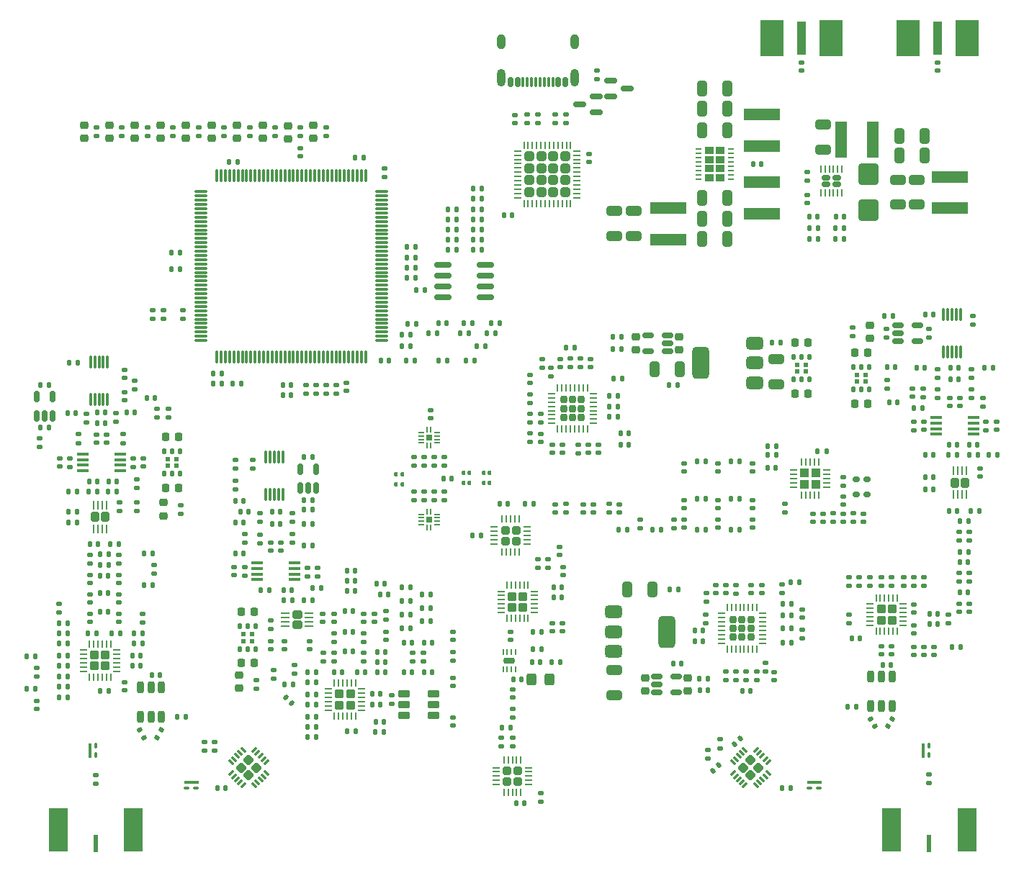
<source format=gbr>
%TF.GenerationSoftware,KiCad,Pcbnew,9.0.0*%
%TF.CreationDate,2025-02-25T23:04:32-05:00*%
%TF.ProjectId,VNA,564e412e-6b69-4636-9164-5f7063625858,rev?*%
%TF.SameCoordinates,PX535a28cPY8422900*%
%TF.FileFunction,Paste,Top*%
%TF.FilePolarity,Positive*%
%FSLAX46Y46*%
G04 Gerber Fmt 4.6, Leading zero omitted, Abs format (unit mm)*
G04 Created by KiCad (PCBNEW 9.0.0) date 2025-02-25 23:04:32*
%MOMM*%
%LPD*%
G01*
G04 APERTURE LIST*
G04 Aperture macros list*
%AMRoundRect*
0 Rectangle with rounded corners*
0 $1 Rounding radius*
0 $2 $3 $4 $5 $6 $7 $8 $9 X,Y pos of 4 corners*
0 Add a 4 corners polygon primitive as box body*
4,1,4,$2,$3,$4,$5,$6,$7,$8,$9,$2,$3,0*
0 Add four circle primitives for the rounded corners*
1,1,$1+$1,$2,$3*
1,1,$1+$1,$4,$5*
1,1,$1+$1,$6,$7*
1,1,$1+$1,$8,$9*
0 Add four rect primitives between the rounded corners*
20,1,$1+$1,$2,$3,$4,$5,0*
20,1,$1+$1,$4,$5,$6,$7,0*
20,1,$1+$1,$6,$7,$8,$9,0*
20,1,$1+$1,$8,$9,$2,$3,0*%
G04 Aperture macros list end*
%ADD10RoundRect,0.140000X-0.140000X-0.170000X0.140000X-0.170000X0.140000X0.170000X-0.140000X0.170000X0*%
%ADD11RoundRect,0.140000X0.170000X-0.140000X0.170000X0.140000X-0.170000X0.140000X-0.170000X-0.140000X0*%
%ADD12RoundRect,0.140000X-0.170000X0.140000X-0.170000X-0.140000X0.170000X-0.140000X0.170000X0.140000X0*%
%ADD13RoundRect,0.112500X-0.112500X0.202500X-0.112500X-0.202500X0.112500X-0.202500X0.112500X0.202500X0*%
%ADD14R,0.630000X0.480000*%
%ADD15RoundRect,0.135000X0.135000X0.185000X-0.135000X0.185000X-0.135000X-0.185000X0.135000X-0.185000X0*%
%ADD16RoundRect,0.135000X-0.135000X-0.185000X0.135000X-0.185000X0.135000X0.185000X-0.135000X0.185000X0*%
%ADD17RoundRect,0.135000X0.185000X-0.135000X0.185000X0.135000X-0.185000X0.135000X-0.185000X-0.135000X0*%
%ADD18RoundRect,0.147500X-0.172500X0.147500X-0.172500X-0.147500X0.172500X-0.147500X0.172500X0.147500X0*%
%ADD19RoundRect,0.140000X0.140000X0.170000X-0.140000X0.170000X-0.140000X-0.170000X0.140000X-0.170000X0*%
%ADD20RoundRect,0.150000X-0.512500X-0.150000X0.512500X-0.150000X0.512500X0.150000X-0.512500X0.150000X0*%
%ADD21RoundRect,0.250000X0.325000X0.650000X-0.325000X0.650000X-0.325000X-0.650000X0.325000X-0.650000X0*%
%ADD22RoundRect,0.135000X-0.185000X0.135000X-0.185000X-0.135000X0.185000X-0.135000X0.185000X0.135000X0*%
%ADD23RoundRect,0.225000X-0.225000X-0.250000X0.225000X-0.250000X0.225000X0.250000X-0.225000X0.250000X0*%
%ADD24R,1.400000X4.200000*%
%ADD25RoundRect,0.250000X0.255000X0.255000X-0.255000X0.255000X-0.255000X-0.255000X0.255000X-0.255000X0*%
%ADD26RoundRect,0.062500X0.350000X0.062500X-0.350000X0.062500X-0.350000X-0.062500X0.350000X-0.062500X0*%
%ADD27RoundRect,0.062500X0.062500X0.350000X-0.062500X0.350000X-0.062500X-0.350000X0.062500X-0.350000X0*%
%ADD28RoundRect,0.225000X0.225000X0.250000X-0.225000X0.250000X-0.225000X-0.250000X0.225000X-0.250000X0*%
%ADD29RoundRect,0.147500X0.172500X-0.147500X0.172500X0.147500X-0.172500X0.147500X-0.172500X-0.147500X0*%
%ADD30RoundRect,0.250000X0.325000X0.450000X-0.325000X0.450000X-0.325000X-0.450000X0.325000X-0.450000X0*%
%ADD31RoundRect,0.200000X-0.500000X-0.200000X0.500000X-0.200000X0.500000X0.200000X-0.500000X0.200000X0*%
%ADD32RoundRect,0.105975X0.105975X-0.179475X0.105975X0.179475X-0.105975X0.179475X-0.105975X-0.179475X0*%
%ADD33RoundRect,0.218750X0.256250X-0.218750X0.256250X0.218750X-0.256250X0.218750X-0.256250X-0.218750X0*%
%ADD34RoundRect,0.150000X0.150000X0.425000X-0.150000X0.425000X-0.150000X-0.425000X0.150000X-0.425000X0*%
%ADD35RoundRect,0.075000X0.075000X0.500000X-0.075000X0.500000X-0.075000X-0.500000X0.075000X-0.500000X0*%
%ADD36O,1.000000X2.100000*%
%ADD37O,1.000000X1.800000*%
%ADD38RoundRect,0.075000X0.075000X-0.662500X0.075000X0.662500X-0.075000X0.662500X-0.075000X-0.662500X0*%
%ADD39RoundRect,0.075000X0.662500X-0.075000X0.662500X0.075000X-0.662500X0.075000X-0.662500X-0.075000X0*%
%ADD40RoundRect,0.225000X-0.250000X0.225000X-0.250000X-0.225000X0.250000X-0.225000X0.250000X0.225000X0*%
%ADD41RoundRect,0.250000X0.650000X-0.325000X0.650000X0.325000X-0.650000X0.325000X-0.650000X-0.325000X0*%
%ADD42RoundRect,0.242500X0.342500X0.242500X-0.342500X0.242500X-0.342500X-0.242500X0.342500X-0.242500X0*%
%ADD43RoundRect,0.062500X0.412500X0.062500X-0.412500X0.062500X-0.412500X-0.062500X0.412500X-0.062500X0*%
%ADD44R,1.450000X0.450000*%
%ADD45RoundRect,0.147500X0.147500X0.172500X-0.147500X0.172500X-0.147500X-0.172500X0.147500X-0.172500X0*%
%ADD46R,4.200000X1.400000*%
%ADD47RoundRect,0.147500X-0.147500X-0.172500X0.147500X-0.172500X0.147500X0.172500X-0.147500X0.172500X0*%
%ADD48RoundRect,0.140000X0.219203X0.021213X0.021213X0.219203X-0.219203X-0.021213X-0.021213X-0.219203X0*%
%ADD49RoundRect,0.207500X0.207500X-0.207500X0.207500X0.207500X-0.207500X0.207500X-0.207500X-0.207500X0*%
%ADD50RoundRect,0.062500X0.062500X-0.375000X0.062500X0.375000X-0.062500X0.375000X-0.062500X-0.375000X0*%
%ADD51RoundRect,0.062500X0.375000X-0.062500X0.375000X0.062500X-0.375000X0.062500X-0.375000X-0.062500X0*%
%ADD52RoundRect,0.150000X0.587500X0.150000X-0.587500X0.150000X-0.587500X-0.150000X0.587500X-0.150000X0*%
%ADD53RoundRect,0.225000X0.250000X-0.225000X0.250000X0.225000X-0.250000X0.225000X-0.250000X-0.225000X0*%
%ADD54RoundRect,0.250000X-0.275000X0.275000X-0.275000X-0.275000X0.275000X-0.275000X0.275000X0.275000X0*%
%ADD55RoundRect,0.062500X-0.062500X0.350000X-0.062500X-0.350000X0.062500X-0.350000X0.062500X0.350000X0*%
%ADD56RoundRect,0.062500X-0.350000X0.062500X-0.350000X-0.062500X0.350000X-0.062500X0.350000X0.062500X0*%
%ADD57RoundRect,0.242500X0.242500X-0.342500X0.242500X0.342500X-0.242500X0.342500X-0.242500X-0.342500X0*%
%ADD58RoundRect,0.062500X0.062500X-0.412500X0.062500X0.412500X-0.062500X0.412500X-0.062500X-0.412500X0*%
%ADD59RoundRect,0.135000X-0.092715X0.209413X-0.227715X-0.024413X0.092715X-0.209413X0.227715X0.024413X0*%
%ADD60RoundRect,0.250000X0.315000X-0.315000X0.315000X0.315000X-0.315000X0.315000X-0.315000X-0.315000X0*%
%ADD61R,0.600000X2.100000*%
%ADD62R,2.286000X5.080000*%
%ADD63RoundRect,0.207500X-0.207500X0.207500X-0.207500X-0.207500X0.207500X-0.207500X0.207500X0.207500X0*%
%ADD64RoundRect,0.062500X-0.062500X0.375000X-0.062500X-0.375000X0.062500X-0.375000X0.062500X0.375000X0*%
%ADD65RoundRect,0.062500X-0.375000X0.062500X-0.375000X-0.062500X0.375000X-0.062500X0.375000X0.062500X0*%
%ADD66RoundRect,0.075000X0.075000X-0.650000X0.075000X0.650000X-0.075000X0.650000X-0.075000X-0.650000X0*%
%ADD67RoundRect,0.140000X-0.021213X0.219203X-0.219203X0.021213X0.021213X-0.219203X0.219203X-0.021213X0*%
%ADD68RoundRect,0.157500X0.255000X0.157500X-0.255000X0.157500X-0.255000X-0.157500X0.255000X-0.157500X0*%
%ADD69RoundRect,0.250000X-0.255000X-0.255000X0.255000X-0.255000X0.255000X0.255000X-0.255000X0.255000X0*%
%ADD70RoundRect,0.062500X-0.350000X-0.062500X0.350000X-0.062500X0.350000X0.062500X-0.350000X0.062500X0*%
%ADD71RoundRect,0.062500X-0.062500X-0.350000X0.062500X-0.350000X0.062500X0.350000X-0.062500X0.350000X0*%
%ADD72RoundRect,0.150000X0.150000X-0.512500X0.150000X0.512500X-0.150000X0.512500X-0.150000X-0.512500X0*%
%ADD73RoundRect,0.250000X-0.275000X-0.275000X0.275000X-0.275000X0.275000X0.275000X-0.275000X0.275000X0*%
%ADD74RoundRect,0.075000X0.225000X0.075000X-0.225000X0.075000X-0.225000X-0.075000X0.225000X-0.075000X0*%
%ADD75RoundRect,0.087500X0.762500X0.087500X-0.762500X0.087500X-0.762500X-0.087500X0.762500X-0.087500X0*%
%ADD76RoundRect,0.250000X-0.650000X0.325000X-0.650000X-0.325000X0.650000X-0.325000X0.650000X0.325000X0*%
%ADD77RoundRect,0.150000X0.512500X0.150000X-0.512500X0.150000X-0.512500X-0.150000X0.512500X-0.150000X0*%
%ADD78RoundRect,0.112500X0.112500X-0.202500X0.112500X0.202500X-0.112500X0.202500X-0.112500X-0.202500X0*%
%ADD79RoundRect,0.075000X-0.075000X0.225000X-0.075000X-0.225000X0.075000X-0.225000X0.075000X0.225000X0*%
%ADD80RoundRect,0.087500X-0.087500X0.762500X-0.087500X-0.762500X0.087500X-0.762500X0.087500X0.762500X0*%
%ADD81RoundRect,0.135000X-0.227715X0.024413X-0.092715X-0.209413X0.227715X-0.024413X0.092715X0.209413X0*%
%ADD82R,1.000000X4.000000*%
%ADD83R,2.667000X4.191000*%
%ADD84RoundRect,0.250000X0.900000X-1.000000X0.900000X1.000000X-0.900000X1.000000X-0.900000X-1.000000X0*%
%ADD85RoundRect,0.100000X0.000010X-0.244000X0.000010X0.244000X-0.000010X0.244000X-0.000010X-0.244000X0*%
%ADD86RoundRect,0.100000X0.244000X0.000010X-0.244000X0.000010X-0.244000X-0.000010X0.244000X-0.000010X0*%
%ADD87R,0.760000X0.760000*%
%ADD88RoundRect,0.375000X0.625000X0.375000X-0.625000X0.375000X-0.625000X-0.375000X0.625000X-0.375000X0*%
%ADD89RoundRect,0.500000X0.500000X1.400000X-0.500000X1.400000X-0.500000X-1.400000X0.500000X-1.400000X0*%
%ADD90RoundRect,0.150000X0.825000X0.150000X-0.825000X0.150000X-0.825000X-0.150000X0.825000X-0.150000X0*%
%ADD91RoundRect,0.182500X-0.462500X0.182500X-0.462500X-0.182500X0.462500X-0.182500X0.462500X0.182500X0*%
%ADD92RoundRect,0.062500X-0.062500X0.300000X-0.062500X-0.300000X0.062500X-0.300000X0.062500X0.300000X0*%
%ADD93RoundRect,0.100000X-0.000010X0.244000X-0.000010X-0.244000X0.000010X-0.244000X0.000010X0.244000X0*%
%ADD94RoundRect,0.100000X-0.244000X-0.000010X0.244000X-0.000010X0.244000X0.000010X-0.244000X0.000010X0*%
%ADD95RoundRect,0.200000X-0.200000X0.500000X-0.200000X-0.500000X0.200000X-0.500000X0.200000X0.500000X0*%
%ADD96RoundRect,0.150000X-0.587500X-0.150000X0.587500X-0.150000X0.587500X0.150000X-0.587500X0.150000X0*%
%ADD97RoundRect,0.250000X0.000000X-0.360624X0.360624X0.000000X0.000000X0.360624X-0.360624X0.000000X0*%
%ADD98RoundRect,0.062500X-0.203293X-0.291682X0.291682X0.203293X0.203293X0.291682X-0.291682X-0.203293X0*%
%ADD99RoundRect,0.062500X0.203293X-0.291682X0.291682X-0.203293X-0.203293X0.291682X-0.291682X0.203293X0*%
%ADD100R,1.000000X0.860000*%
%ADD101R,0.700000X0.250000*%
%ADD102RoundRect,0.250000X0.295000X0.295000X-0.295000X0.295000X-0.295000X-0.295000X0.295000X-0.295000X0*%
%ADD103RoundRect,0.062500X0.337500X0.062500X-0.337500X0.062500X-0.337500X-0.062500X0.337500X-0.062500X0*%
%ADD104RoundRect,0.062500X0.062500X0.337500X-0.062500X0.337500X-0.062500X-0.337500X0.062500X-0.337500X0*%
%ADD105RoundRect,0.140000X0.021213X-0.219203X0.219203X-0.021213X-0.021213X0.219203X-0.219203X0.021213X0*%
%ADD106RoundRect,0.375000X-0.625000X-0.375000X0.625000X-0.375000X0.625000X0.375000X-0.625000X0.375000X0*%
%ADD107RoundRect,0.500000X-0.500000X-1.400000X0.500000X-1.400000X0.500000X1.400000X-0.500000X1.400000X0*%
%ADD108RoundRect,0.160000X0.345000X-0.160000X0.345000X0.160000X-0.345000X0.160000X-0.345000X-0.160000X0*%
%ADD109RoundRect,0.062500X0.062500X-0.362500X0.062500X0.362500X-0.062500X0.362500X-0.062500X-0.362500X0*%
G04 APERTURE END LIST*
D10*
X16520000Y23800000D03*
X17480000Y23800000D03*
D11*
X64000000Y31520000D03*
X64000000Y32480000D03*
D12*
X85200000Y43780000D03*
X85200000Y42820000D03*
D13*
X95950000Y56340000D03*
X95000000Y56340000D03*
X94050000Y56340000D03*
X94050000Y53660000D03*
X95000000Y53660000D03*
X95950000Y53660000D03*
D14*
X95525000Y55400000D03*
X94475000Y55400000D03*
X95525000Y54600000D03*
X94475000Y54600000D03*
D15*
X87710000Y44000000D03*
X86690000Y44000000D03*
D16*
X41590000Y12300000D03*
X42610000Y12300000D03*
D17*
X51800000Y39490000D03*
X51800000Y40510000D03*
D18*
X44790000Y26115000D03*
X44790000Y25145000D03*
D19*
X50680000Y64200000D03*
X49720000Y64200000D03*
D20*
X106362500Y60050000D03*
X106362500Y59100000D03*
X106362500Y58150000D03*
X108637500Y58150000D03*
X108637500Y60050000D03*
D11*
X95700000Y74420000D03*
X95700000Y75380000D03*
D21*
X86275000Y72600000D03*
X83325000Y72600000D03*
D19*
X42230000Y21650000D03*
X41270000Y21650000D03*
D22*
X22300000Y61810000D03*
X22300000Y60790000D03*
D19*
X8680000Y23800000D03*
X7720000Y23800000D03*
D23*
X29125000Y26300000D03*
X30675000Y26300000D03*
D10*
X63420000Y21900000D03*
X64380000Y21900000D03*
D19*
X49180000Y22700000D03*
X48220000Y22700000D03*
D10*
X109520000Y42200000D03*
X110480000Y42200000D03*
X16520000Y22600000D03*
X17480000Y22600000D03*
D12*
X40300000Y52980000D03*
X40300000Y52020000D03*
D16*
X47990000Y26000000D03*
X49010000Y26000000D03*
D24*
X99650000Y81900000D03*
X103350000Y81900000D03*
D25*
X61625000Y6375000D03*
X61625000Y7625000D03*
X60375000Y6375000D03*
X60375000Y7625000D03*
D26*
X62937500Y6000000D03*
X62937500Y6500000D03*
X62937500Y7000000D03*
X62937500Y7500000D03*
X62937500Y8000000D03*
D27*
X62000000Y8937500D03*
X61500000Y8937500D03*
X61000000Y8937500D03*
X60500000Y8937500D03*
X60000000Y8937500D03*
D26*
X59062500Y8000000D03*
X59062500Y7500000D03*
X59062500Y7000000D03*
X59062500Y6500000D03*
X59062500Y6000000D03*
D27*
X60000000Y5062500D03*
X60500000Y5062500D03*
X61000000Y5062500D03*
X61500000Y5062500D03*
X62000000Y5062500D03*
D10*
X5520000Y53000000D03*
X6480000Y53000000D03*
D17*
X54000000Y20590000D03*
X54000000Y21610000D03*
D28*
X102775000Y56800000D03*
X101225000Y56800000D03*
D10*
X48620000Y66800000D03*
X49580000Y66800000D03*
D15*
X4910000Y17300000D03*
X3890000Y17300000D03*
D19*
X83980000Y17100000D03*
X83020000Y17100000D03*
D15*
X8710000Y17500000D03*
X7690000Y17500000D03*
D11*
X66600000Y55120000D03*
X66600000Y56080000D03*
D19*
X49180000Y19200000D03*
X48220000Y19200000D03*
D21*
X109475000Y80000000D03*
X106525000Y80000000D03*
D22*
X84000000Y10110000D03*
X84000000Y9090000D03*
D15*
X35210000Y17800000D03*
X34190000Y17800000D03*
D12*
X15400000Y52180000D03*
X15400000Y51220000D03*
D11*
X5100000Y14920000D03*
X5100000Y15880000D03*
D29*
X40000000Y25115000D03*
X40000000Y26085000D03*
D22*
X64000000Y84810000D03*
X64000000Y83790000D03*
D15*
X87710000Y39600000D03*
X86690000Y39600000D03*
D11*
X46100000Y25420000D03*
X46100000Y26380000D03*
D12*
X73600000Y38980000D03*
X73600000Y38020000D03*
D11*
X61300000Y83820000D03*
X61300000Y84780000D03*
D12*
X64468900Y56023600D03*
X64468900Y55063600D03*
D22*
X22000000Y38910000D03*
X22000000Y37890000D03*
D21*
X86275000Y87900000D03*
X83325000Y87900000D03*
D15*
X101410000Y15200000D03*
X100390000Y15200000D03*
D11*
X96300000Y36920000D03*
X96300000Y37880000D03*
D10*
X105020000Y55100000D03*
X105980000Y55100000D03*
D30*
X65325000Y18400000D03*
X63275000Y18400000D03*
D22*
X15100000Y83310000D03*
X15100000Y82290000D03*
D12*
X54000000Y18580000D03*
X54000000Y17620000D03*
D11*
X104400000Y21320000D03*
X104400000Y22280000D03*
D10*
X8720000Y49700000D03*
X9680000Y49700000D03*
D16*
X92790000Y22700000D03*
X93810000Y22700000D03*
D15*
X115710000Y44800000D03*
X114690000Y44800000D03*
D19*
X64280000Y20400000D03*
X63320000Y20400000D03*
D17*
X16600000Y52490000D03*
X16600000Y53510000D03*
X72400000Y37990000D03*
X72400000Y39010000D03*
D10*
X112520000Y53700000D03*
X113480000Y53700000D03*
D16*
X44890000Y12200000D03*
X45910000Y12200000D03*
D19*
X42480000Y30000000D03*
X41520000Y30000000D03*
D12*
X65700000Y45980000D03*
X65700000Y45020000D03*
D31*
X48285000Y14150000D03*
X48285000Y15400000D03*
X48285000Y16650000D03*
X51715000Y16650000D03*
X51715000Y15400000D03*
X51715000Y14150000D03*
D11*
X11300000Y25120000D03*
X11300000Y26080000D03*
X110000000Y6220000D03*
X110000000Y7180000D03*
D10*
X15620000Y49800000D03*
X16580000Y49800000D03*
D11*
X54000000Y12920000D03*
X54000000Y13880000D03*
D16*
X50390000Y25200000D03*
X51410000Y25200000D03*
D12*
X60800000Y23980000D03*
X60800000Y23020000D03*
D15*
X114610000Y37000000D03*
X113590000Y37000000D03*
D12*
X92725000Y29530000D03*
X92725000Y28570000D03*
D19*
X73380000Y50500000D03*
X72420000Y50500000D03*
D12*
X110600000Y22180000D03*
X110600000Y21220000D03*
D22*
X31300000Y37910000D03*
X31300000Y36890000D03*
D32*
X47350000Y41300400D03*
X48050000Y41300400D03*
X48050000Y42499600D03*
X47350000Y42499600D03*
D33*
X10620000Y82032500D03*
X10620000Y83607500D03*
D17*
X9000000Y43390000D03*
X9000000Y44410000D03*
D15*
X53310000Y55900000D03*
X52290000Y55900000D03*
D17*
X50600000Y39490000D03*
X50600000Y40510000D03*
D19*
X28678900Y79283600D03*
X27718900Y79283600D03*
D34*
X67198900Y88623600D03*
X66398900Y88623600D03*
D35*
X65248900Y88623600D03*
X64248900Y88623600D03*
X63748900Y88623600D03*
X62748900Y88623600D03*
D34*
X61598900Y88623600D03*
X60798900Y88623600D03*
X60798900Y88623600D03*
X61598900Y88623600D03*
D35*
X62248900Y88623600D03*
X63248900Y88623600D03*
X64748900Y88623600D03*
X65748900Y88623600D03*
D34*
X66398900Y88623600D03*
X67198900Y88623600D03*
D36*
X68318900Y89198600D03*
D37*
X68318900Y93378600D03*
D36*
X59678900Y89198600D03*
D37*
X59678900Y93378600D03*
D38*
X26250000Y56337500D03*
X26750000Y56337500D03*
X27250000Y56337500D03*
X27750000Y56337500D03*
X28250000Y56337500D03*
X28750000Y56337500D03*
X29250000Y56337500D03*
X29750000Y56337500D03*
X30250000Y56337500D03*
X30750000Y56337500D03*
X31250000Y56337500D03*
X31750000Y56337500D03*
X32250000Y56337500D03*
X32750000Y56337500D03*
X33250000Y56337500D03*
X33750000Y56337500D03*
X34250000Y56337500D03*
X34750000Y56337500D03*
X35250000Y56337500D03*
X35750000Y56337500D03*
X36250000Y56337500D03*
X36750000Y56337500D03*
X37250000Y56337500D03*
X37750000Y56337500D03*
X38250000Y56337500D03*
X38750000Y56337500D03*
X39250000Y56337500D03*
X39750000Y56337500D03*
X40250000Y56337500D03*
X40750000Y56337500D03*
X41250000Y56337500D03*
X41750000Y56337500D03*
X42250000Y56337500D03*
X42750000Y56337500D03*
X43250000Y56337500D03*
X43750000Y56337500D03*
D39*
X45662500Y58250000D03*
X45662500Y58750000D03*
X45662500Y59250000D03*
X45662500Y59750000D03*
X45662500Y60250000D03*
X45662500Y60750000D03*
X45662500Y61250000D03*
X45662500Y61750000D03*
X45662500Y62250000D03*
X45662500Y62750000D03*
X45662500Y63250000D03*
X45662500Y63750000D03*
X45662500Y64250000D03*
X45662500Y64750000D03*
X45662500Y65250000D03*
X45662500Y65750000D03*
X45662500Y66250000D03*
X45662500Y66750000D03*
X45662500Y67250000D03*
X45662500Y67750000D03*
X45662500Y68250000D03*
X45662500Y68750000D03*
X45662500Y69250000D03*
X45662500Y69750000D03*
X45662500Y70250000D03*
X45662500Y70750000D03*
X45662500Y71250000D03*
X45662500Y71750000D03*
X45662500Y72250000D03*
X45662500Y72750000D03*
X45662500Y73250000D03*
X45662500Y73750000D03*
X45662500Y74250000D03*
X45662500Y74750000D03*
X45662500Y75250000D03*
X45662500Y75750000D03*
D38*
X43750000Y77662500D03*
X43250000Y77662500D03*
X42750000Y77662500D03*
X42250000Y77662500D03*
X41750000Y77662500D03*
X41250000Y77662500D03*
X40750000Y77662500D03*
X40250000Y77662500D03*
X39750000Y77662500D03*
X39250000Y77662500D03*
X38750000Y77662500D03*
X38250000Y77662500D03*
X37750000Y77662500D03*
X37250000Y77662500D03*
X36750000Y77662500D03*
X36250000Y77662500D03*
X35750000Y77662500D03*
X35250000Y77662500D03*
X34750000Y77662500D03*
X34250000Y77662500D03*
X33750000Y77662500D03*
X33250000Y77662500D03*
X32750000Y77662500D03*
X32250000Y77662500D03*
X31750000Y77662500D03*
X31250000Y77662500D03*
X30750000Y77662500D03*
X30250000Y77662500D03*
X29750000Y77662500D03*
X29250000Y77662500D03*
X28750000Y77662500D03*
X28250000Y77662500D03*
X27750000Y77662500D03*
X27250000Y77662500D03*
X26750000Y77662500D03*
X26250000Y77662500D03*
D39*
X24337500Y75750000D03*
X24337500Y75250000D03*
X24337500Y74750000D03*
X24337500Y74250000D03*
X24337500Y73750000D03*
X24337500Y73250000D03*
X24337500Y72750000D03*
X24337500Y72250000D03*
X24337500Y71750000D03*
X24337500Y71250000D03*
X24337500Y70750000D03*
X24337500Y70250000D03*
X24337500Y69750000D03*
X24337500Y69250000D03*
X24337500Y68750000D03*
X24337500Y68250000D03*
X24337500Y67750000D03*
X24337500Y67250000D03*
X24337500Y66750000D03*
X24337500Y66250000D03*
X24337500Y65750000D03*
X24337500Y65250000D03*
X24337500Y64750000D03*
X24337500Y64250000D03*
X24337500Y63750000D03*
X24337500Y63250000D03*
X24337500Y62750000D03*
X24337500Y62250000D03*
X24337500Y61750000D03*
X24337500Y61250000D03*
X24337500Y60750000D03*
X24337500Y60250000D03*
X24337500Y59750000D03*
X24337500Y59250000D03*
X24337500Y58750000D03*
X24337500Y58250000D03*
D10*
X95920000Y72800000D03*
X96880000Y72800000D03*
D19*
X60480000Y39000000D03*
X59520000Y39000000D03*
D29*
X40000000Y22815000D03*
X40000000Y23785000D03*
D19*
X45980000Y29600000D03*
X45020000Y29600000D03*
D40*
X20000000Y39175000D03*
X20000000Y37625000D03*
D19*
X42480000Y31200000D03*
X41520000Y31200000D03*
X12180000Y41700000D03*
X11220000Y41700000D03*
D11*
X104400000Y29420000D03*
X104400000Y30380000D03*
D19*
X109180000Y50300000D03*
X108220000Y50300000D03*
D10*
X52920000Y42000000D03*
X53880000Y42000000D03*
D19*
X99980000Y72800000D03*
X99020000Y72800000D03*
D22*
X61000000Y11510000D03*
X61000000Y10490000D03*
D17*
X116300000Y50490000D03*
X116300000Y51510000D03*
D15*
X91998900Y44813600D03*
X90978900Y44813600D03*
D10*
X44920000Y13400000D03*
X45880000Y13400000D03*
D41*
X108500000Y74225000D03*
X108500000Y77175000D03*
D42*
X35700000Y24800000D03*
X35700000Y26000000D03*
D43*
X37100000Y24650000D03*
X37100000Y25150000D03*
X37100000Y25650000D03*
X37100000Y26150000D03*
X34300000Y26150000D03*
X34300000Y25650000D03*
X34300000Y25150000D03*
X34300000Y24650000D03*
D44*
X35400000Y30125000D03*
X35400000Y30775000D03*
X35400000Y31425000D03*
X35400000Y32075000D03*
X31000000Y32075000D03*
X31000000Y31425000D03*
X31000000Y30775000D03*
X31000000Y30125000D03*
D45*
X43685000Y19200000D03*
X42715000Y19200000D03*
D10*
X45120000Y19200000D03*
X46080000Y19200000D03*
D17*
X83800000Y27490000D03*
X83800000Y28510000D03*
X109400000Y29390000D03*
X109400000Y30410000D03*
D46*
X90300000Y81150000D03*
X90300000Y84850000D03*
D47*
X11115000Y23800000D03*
X12085000Y23800000D03*
D29*
X43500000Y25115000D03*
X43500000Y26085000D03*
D10*
X32720000Y38100000D03*
X33680000Y38100000D03*
D21*
X86275000Y83000000D03*
X83325000Y83000000D03*
D10*
X8820000Y36800000D03*
X9780000Y36800000D03*
D40*
X81600000Y18575000D03*
X81600000Y17025000D03*
D16*
X25790000Y53200000D03*
X26810000Y53200000D03*
D28*
X102775000Y50800000D03*
X101225000Y50800000D03*
D17*
X62700000Y83790000D03*
X62700000Y84810000D03*
D11*
X70200000Y55120000D03*
X70200000Y56080000D03*
D48*
X35039411Y15560589D03*
X34360589Y16239411D03*
D22*
X93000000Y39010000D03*
X93000000Y37990000D03*
D17*
X68700000Y44990000D03*
X68700000Y46010000D03*
D33*
X25620000Y82032500D03*
X25620000Y83607500D03*
D19*
X83380000Y22900000D03*
X82420000Y22900000D03*
D10*
X92720000Y5600000D03*
X93680000Y5600000D03*
D22*
X114700000Y35710000D03*
X114700000Y34690000D03*
D17*
X101800000Y29390000D03*
X101800000Y30410000D03*
D10*
X45120000Y20400000D03*
X46080000Y20400000D03*
D12*
X13300000Y47180000D03*
X13300000Y46220000D03*
D17*
X53000000Y43490000D03*
X53000000Y44510000D03*
D10*
X36920000Y11600000D03*
X37880000Y11600000D03*
D22*
X87300000Y29510000D03*
X87300000Y28490000D03*
D11*
X95100000Y25620000D03*
X95100000Y26580000D03*
D49*
X86970000Y23370000D03*
X88000000Y23370000D03*
X89030000Y23370000D03*
X86970000Y24400000D03*
X88000000Y24400000D03*
X89030000Y24400000D03*
X86970000Y25430000D03*
X88000000Y25430000D03*
X89030000Y25430000D03*
D50*
X86250000Y21962500D03*
X86750000Y21962500D03*
X87250000Y21962500D03*
X87750000Y21962500D03*
X88250000Y21962500D03*
X88750000Y21962500D03*
X89250000Y21962500D03*
X89750000Y21962500D03*
D51*
X90437500Y22650000D03*
X90437500Y23150000D03*
X90437500Y23650000D03*
X90437500Y24150000D03*
X90437500Y24650000D03*
X90437500Y25150000D03*
X90437500Y25650000D03*
X90437500Y26150000D03*
D50*
X89750000Y26837500D03*
X89250000Y26837500D03*
X88750000Y26837500D03*
X88250000Y26837500D03*
X87750000Y26837500D03*
X87250000Y26837500D03*
X86750000Y26837500D03*
X86250000Y26837500D03*
D51*
X85562500Y26150000D03*
X85562500Y25650000D03*
X85562500Y25150000D03*
X85562500Y24650000D03*
X85562500Y24150000D03*
X85562500Y23650000D03*
X85562500Y23150000D03*
X85562500Y22650000D03*
D52*
X70816400Y85063600D03*
X70816400Y86963600D03*
X68941400Y86013600D03*
D53*
X103000000Y58525000D03*
X103000000Y60075000D03*
D19*
X32380000Y28900000D03*
X31420000Y28900000D03*
D16*
X116990000Y44800000D03*
X118010000Y44800000D03*
X98990000Y71500000D03*
X100010000Y71500000D03*
D12*
X71100000Y45980000D03*
X71100000Y45020000D03*
D17*
X28400000Y40690000D03*
X28400000Y41710000D03*
D54*
X62250000Y28150000D03*
X60950000Y28150000D03*
X62250000Y26850000D03*
X60950000Y26850000D03*
D55*
X62850000Y29437500D03*
X62350000Y29437500D03*
X61850000Y29437500D03*
X61350000Y29437500D03*
X60850000Y29437500D03*
X60350000Y29437500D03*
D56*
X59662500Y28750000D03*
X59662500Y28250000D03*
X59662500Y27750000D03*
X59662500Y27250000D03*
X59662500Y26750000D03*
X59662500Y26250000D03*
D55*
X60350000Y25562500D03*
X60850000Y25562500D03*
X61350000Y25562500D03*
X61850000Y25562500D03*
X62350000Y25562500D03*
X62850000Y25562500D03*
D56*
X63537500Y26250000D03*
X63537500Y26750000D03*
X63537500Y27250000D03*
X63537500Y27750000D03*
X63537500Y28250000D03*
X63537500Y28750000D03*
D29*
X114700000Y29915000D03*
X114700000Y30885000D03*
D11*
X89200000Y36220000D03*
X89200000Y37180000D03*
D22*
X50600000Y44510000D03*
X50600000Y43490000D03*
D12*
X69300000Y38980000D03*
X69300000Y38020000D03*
D57*
X113000000Y41500000D03*
X114200000Y41500000D03*
D58*
X112850000Y40100000D03*
X113350000Y40100000D03*
X113850000Y40100000D03*
X114350000Y40100000D03*
X114350000Y42900000D03*
X113850000Y42900000D03*
X113350000Y42900000D03*
X112850000Y42900000D03*
D29*
X11300000Y27415000D03*
X11300000Y28385000D03*
D16*
X72890000Y53800000D03*
X73910000Y53800000D03*
D19*
X13480000Y26300000D03*
X12520000Y26300000D03*
D32*
X55250000Y41500400D03*
X55950000Y41500400D03*
X55950000Y42699600D03*
X55250000Y42699600D03*
D10*
X110020000Y26100000D03*
X110980000Y26100000D03*
X28120000Y53200000D03*
X29080000Y53200000D03*
D11*
X14800000Y38220000D03*
X14800000Y39180000D03*
D12*
X97500000Y37880000D03*
X97500000Y36920000D03*
D17*
X20000000Y60790000D03*
X20000000Y61810000D03*
D10*
X109520000Y61300000D03*
X110480000Y61300000D03*
D53*
X75500000Y57125000D03*
X75500000Y58675000D03*
D15*
X49510000Y55900000D03*
X48490000Y55900000D03*
D11*
X108200000Y29420000D03*
X108200000Y30380000D03*
D10*
X50620000Y22700000D03*
X51580000Y22700000D03*
D59*
X19755000Y12441673D03*
X19245000Y11558327D03*
D45*
X62085000Y18400000D03*
X61115000Y18400000D03*
D60*
X63000000Y75700000D03*
X64400000Y75700000D03*
X65800000Y75700000D03*
X67200000Y75700000D03*
X63000000Y77100000D03*
X64400000Y77100000D03*
X65800000Y77100000D03*
X67200000Y77100000D03*
X63000000Y78500000D03*
X64400000Y78500000D03*
X65800000Y78500000D03*
X67200000Y78500000D03*
X63000000Y79900000D03*
X64400000Y79900000D03*
X65800000Y79900000D03*
X67200000Y79900000D03*
D50*
X62350000Y74362500D03*
X62850000Y74362500D03*
X63350000Y74362500D03*
X63850000Y74362500D03*
X64350000Y74362500D03*
X64850000Y74362500D03*
X65350000Y74362500D03*
X65850000Y74362500D03*
X66350000Y74362500D03*
X66850000Y74362500D03*
X67350000Y74362500D03*
X67850000Y74362500D03*
D51*
X68537500Y75050000D03*
X68537500Y75550000D03*
X68537500Y76050000D03*
X68537500Y76550000D03*
X68537500Y77050000D03*
X68537500Y77550000D03*
X68537500Y78050000D03*
X68537500Y78550000D03*
X68537500Y79050000D03*
X68537500Y79550000D03*
X68537500Y80050000D03*
X68537500Y80550000D03*
D50*
X67850000Y81237500D03*
X67350000Y81237500D03*
X66850000Y81237500D03*
X66350000Y81237500D03*
X65850000Y81237500D03*
X65350000Y81237500D03*
X64850000Y81237500D03*
X64350000Y81237500D03*
X63850000Y81237500D03*
X63350000Y81237500D03*
X62850000Y81237500D03*
X62350000Y81237500D03*
D51*
X61662500Y80550000D03*
X61662500Y80050000D03*
X61662500Y79550000D03*
X61662500Y79050000D03*
X61662500Y78550000D03*
X61662500Y78050000D03*
X61662500Y77550000D03*
X61662500Y77050000D03*
X61662500Y76550000D03*
X61662500Y76050000D03*
X61662500Y75550000D03*
X61662500Y75050000D03*
D15*
X14510000Y40500000D03*
X13490000Y40500000D03*
D11*
X12000000Y6120000D03*
X12000000Y7080000D03*
D17*
X108200000Y47690000D03*
X108200000Y48710000D03*
D16*
X48588900Y69253600D03*
X49608900Y69253600D03*
D12*
X46100000Y23980000D03*
X46100000Y23020000D03*
D61*
X12000000Y-900000D03*
D62*
X7580400Y665400D03*
X16419600Y665400D03*
D19*
X64380000Y24000000D03*
X63420000Y24000000D03*
D16*
X47990000Y58900000D03*
X49010000Y58900000D03*
D63*
X69080000Y51280000D03*
X68050000Y51280000D03*
X67020000Y51280000D03*
X69080000Y50250000D03*
X68050000Y50250000D03*
X67020000Y50250000D03*
X69080000Y49220000D03*
X68050000Y49220000D03*
X67020000Y49220000D03*
D64*
X69800000Y52687500D03*
X69300000Y52687500D03*
X68800000Y52687500D03*
X68300000Y52687500D03*
X67800000Y52687500D03*
X67300000Y52687500D03*
X66800000Y52687500D03*
X66300000Y52687500D03*
D65*
X65612500Y52000000D03*
X65612500Y51500000D03*
X65612500Y51000000D03*
X65612500Y50500000D03*
X65612500Y50000000D03*
X65612500Y49500000D03*
X65612500Y49000000D03*
X65612500Y48500000D03*
D64*
X66300000Y47812500D03*
X66800000Y47812500D03*
X67300000Y47812500D03*
X67800000Y47812500D03*
X68300000Y47812500D03*
X68800000Y47812500D03*
X69300000Y47812500D03*
X69800000Y47812500D03*
D65*
X70487500Y48500000D03*
X70487500Y49000000D03*
X70487500Y49500000D03*
X70487500Y50000000D03*
X70487500Y50500000D03*
X70487500Y51000000D03*
X70487500Y51500000D03*
X70487500Y52000000D03*
D15*
X54410000Y70100000D03*
X53390000Y70100000D03*
D23*
X29125000Y20300000D03*
X30675000Y20300000D03*
D12*
X64300000Y47280000D03*
X64300000Y46320000D03*
X109400000Y22180000D03*
X109400000Y21220000D03*
D11*
X112300000Y25020000D03*
X112300000Y25980000D03*
D22*
X36900000Y31510000D03*
X36900000Y30490000D03*
D15*
X49010000Y27600000D03*
X47990000Y27600000D03*
D11*
X70000000Y79220000D03*
X70000000Y80180000D03*
D19*
X29380000Y39400000D03*
X28420000Y39400000D03*
D17*
X101000000Y58790000D03*
X101000000Y59810000D03*
D22*
X111000000Y52510000D03*
X111000000Y51490000D03*
D15*
X57410000Y76100000D03*
X56390000Y76100000D03*
D66*
X32000000Y40100000D03*
X32500000Y40100000D03*
X33000000Y40100000D03*
X33500000Y40100000D03*
X34000000Y40100000D03*
X34000000Y44500000D03*
X33500000Y44500000D03*
X33000000Y44500000D03*
X32500000Y44500000D03*
X32000000Y44500000D03*
D67*
X85239411Y8280829D03*
X84560589Y7602007D03*
D22*
X115100000Y61110000D03*
X115100000Y60090000D03*
D15*
X56510000Y55900000D03*
X55490000Y55900000D03*
D13*
X102950000Y55140000D03*
X102000000Y55140000D03*
X101050000Y55140000D03*
X101050000Y52460000D03*
X102000000Y52460000D03*
X102950000Y52460000D03*
D14*
X102525000Y54200000D03*
X101475000Y54200000D03*
X102525000Y53400000D03*
X101475000Y53400000D03*
D19*
X8680000Y20000000D03*
X7720000Y20000000D03*
D15*
X63510000Y39000000D03*
X62490000Y39000000D03*
D10*
X88020000Y17000000D03*
X88980000Y17000000D03*
X8820000Y40500000D03*
X9780000Y40500000D03*
D11*
X37200000Y21920000D03*
X37200000Y22880000D03*
D16*
X112290000Y44800000D03*
X113310000Y44800000D03*
D11*
X32600000Y33520000D03*
X32600000Y34480000D03*
X99900000Y41195000D03*
X99900000Y42155000D03*
D10*
X42520000Y79800000D03*
X43480000Y79800000D03*
D11*
X32600000Y21920000D03*
X32600000Y22880000D03*
D68*
X102662500Y40115000D03*
X102662500Y41935000D03*
X101437500Y41935000D03*
X101437500Y40115000D03*
D10*
X72820000Y58700000D03*
X73780000Y58700000D03*
D16*
X112690000Y22200000D03*
X113710000Y22200000D03*
D22*
X76000000Y37210000D03*
X76000000Y36190000D03*
D10*
X36920000Y16600000D03*
X37880000Y16600000D03*
D15*
X37910000Y12800000D03*
X36890000Y12800000D03*
D19*
X18980000Y51500000D03*
X18020000Y51500000D03*
D11*
X7800000Y43420000D03*
X7800000Y44380000D03*
D10*
X72420000Y51700000D03*
X73380000Y51700000D03*
D12*
X17600000Y44380000D03*
X17600000Y43420000D03*
D22*
X24800000Y11010000D03*
X24800000Y9990000D03*
D12*
X117900000Y48680000D03*
X117900000Y47720000D03*
D69*
X60175000Y35925000D03*
X60175000Y34675000D03*
X61425000Y35925000D03*
X61425000Y34675000D03*
D70*
X58862500Y36300000D03*
X58862500Y35800000D03*
X58862500Y35300000D03*
X58862500Y34800000D03*
X58862500Y34300000D03*
D71*
X59800000Y33362500D03*
X60300000Y33362500D03*
X60800000Y33362500D03*
X61300000Y33362500D03*
X61800000Y33362500D03*
D70*
X62737500Y34300000D03*
X62737500Y34800000D03*
X62737500Y35300000D03*
X62737500Y35800000D03*
X62737500Y36300000D03*
D71*
X61800000Y37237500D03*
X61300000Y37237500D03*
X60800000Y37237500D03*
X60300000Y37237500D03*
X59800000Y37237500D03*
D10*
X7720000Y21200000D03*
X8680000Y21200000D03*
X110020000Y24900000D03*
X110980000Y24900000D03*
D17*
X35400000Y19090000D03*
X35400000Y20110000D03*
D72*
X36050000Y40862500D03*
X37000000Y40862500D03*
X37950000Y40862500D03*
X37950000Y43137500D03*
X36050000Y43137500D03*
D10*
X8920000Y55600000D03*
X9880000Y55600000D03*
D16*
X82990000Y18500000D03*
X84010000Y18500000D03*
D44*
X115200000Y47225000D03*
X115200000Y47875000D03*
X115200000Y48525000D03*
X115200000Y49175000D03*
X110800000Y49175000D03*
X110800000Y48525000D03*
X110800000Y47875000D03*
X110800000Y47225000D03*
D22*
X14700000Y33010000D03*
X14700000Y31990000D03*
D29*
X43500000Y22815000D03*
X43500000Y23785000D03*
D11*
X112400000Y50520000D03*
X112400000Y51480000D03*
D22*
X100600000Y26010000D03*
X100600000Y24990000D03*
X109300000Y52610000D03*
X109300000Y51590000D03*
D21*
X80675000Y54900000D03*
X77725000Y54900000D03*
D11*
X84900000Y28520000D03*
X84900000Y29480000D03*
D15*
X49610000Y68000000D03*
X48590000Y68000000D03*
D29*
X14700000Y27415000D03*
X14700000Y28385000D03*
D17*
X80000000Y36190000D03*
X80000000Y37210000D03*
D15*
X13510000Y33100000D03*
X12490000Y33100000D03*
D10*
X5520000Y48000000D03*
X6480000Y48000000D03*
X91038900Y45800000D03*
X91998900Y45800000D03*
D73*
X11850000Y21250000D03*
X11850000Y19950000D03*
X13150000Y21250000D03*
X13150000Y19950000D03*
D70*
X10562500Y21850000D03*
X10562500Y21350000D03*
X10562500Y20850000D03*
X10562500Y20350000D03*
X10562500Y19850000D03*
X10562500Y19350000D03*
D71*
X11250000Y18662500D03*
X11750000Y18662500D03*
X12250000Y18662500D03*
X12750000Y18662500D03*
X13250000Y18662500D03*
X13750000Y18662500D03*
D70*
X14437500Y19350000D03*
X14437500Y19850000D03*
X14437500Y20350000D03*
X14437500Y20850000D03*
X14437500Y21350000D03*
X14437500Y21850000D03*
D71*
X13750000Y22537500D03*
X13250000Y22537500D03*
X12750000Y22537500D03*
X12250000Y22537500D03*
X11750000Y22537500D03*
X11250000Y22537500D03*
D10*
X105320000Y51000000D03*
X106280000Y51000000D03*
D15*
X4910000Y21100000D03*
X3890000Y21100000D03*
D19*
X37880000Y18000000D03*
X36920000Y18000000D03*
X105480000Y20100000D03*
X104520000Y20100000D03*
D15*
X97910000Y45200000D03*
X96890000Y45200000D03*
D21*
X77475000Y29000000D03*
X74525000Y29000000D03*
D45*
X113285000Y38200000D03*
X112315000Y38200000D03*
D17*
X50500000Y20490000D03*
X50500000Y21510000D03*
D19*
X37880000Y19200000D03*
X36920000Y19200000D03*
D16*
X98990000Y70200000D03*
X100010000Y70200000D03*
D18*
X108200000Y27185000D03*
X108200000Y26215000D03*
D16*
X113590000Y33400000D03*
X114610000Y33400000D03*
D17*
X64300000Y3990000D03*
X64300000Y5010000D03*
D22*
X35100000Y35510000D03*
X35100000Y34490000D03*
D74*
X23800000Y5600000D03*
X22700000Y5600000D03*
D75*
X23250000Y6300000D03*
D22*
X15200000Y47210000D03*
X15200000Y46190000D03*
D10*
X114720000Y46000000D03*
X115680000Y46000000D03*
D46*
X79300000Y70150000D03*
X79300000Y73850000D03*
D20*
X77962500Y18750000D03*
X77962500Y17800000D03*
X77962500Y16850000D03*
X80237500Y16850000D03*
X80237500Y18750000D03*
D22*
X27100000Y83310000D03*
X27100000Y82290000D03*
D19*
X62380000Y3800000D03*
X61420000Y3800000D03*
D10*
X65820000Y28000000D03*
X66780000Y28000000D03*
D16*
X79490000Y29000000D03*
X80510000Y29000000D03*
D22*
X14400000Y49710000D03*
X14400000Y48690000D03*
D76*
X75300000Y73475000D03*
X75300000Y70525000D03*
D22*
X19200000Y50210000D03*
X19200000Y49190000D03*
D19*
X114580000Y28600000D03*
X113620000Y28600000D03*
D16*
X59790000Y12700000D03*
X60810000Y12700000D03*
D22*
X29500000Y35510000D03*
X29500000Y34490000D03*
X10000000Y47210000D03*
X10000000Y46190000D03*
D10*
X73720000Y47300000D03*
X74680000Y47300000D03*
D17*
X17500000Y25090000D03*
X17500000Y26110000D03*
D15*
X54410000Y73700000D03*
X53390000Y73700000D03*
D22*
X24100000Y83310000D03*
X24100000Y82290000D03*
D33*
X31620000Y82032500D03*
X31620000Y83607500D03*
D12*
X89200000Y39480000D03*
X89200000Y38520000D03*
D23*
X20225000Y46900000D03*
X21775000Y46900000D03*
D11*
X66500000Y33020000D03*
X66500000Y33980000D03*
D17*
X85400000Y10290000D03*
X85400000Y11310000D03*
D19*
X13480000Y30600000D03*
X12520000Y30600000D03*
D22*
X16800000Y39210000D03*
X16800000Y38190000D03*
D17*
X46000000Y77490000D03*
X46000000Y78510000D03*
D22*
X11300000Y33010000D03*
X11300000Y31990000D03*
X5400000Y46710000D03*
X5400000Y45690000D03*
D10*
X65820000Y29200000D03*
X66780000Y29200000D03*
D17*
X7700000Y26290000D03*
X7700000Y27310000D03*
D15*
X49010000Y29200000D03*
X47990000Y29200000D03*
D10*
X112520000Y55000000D03*
X113480000Y55000000D03*
D33*
X19620000Y82032500D03*
X19620000Y83607500D03*
D54*
X105650000Y26650000D03*
X104350000Y26650000D03*
X105650000Y25350000D03*
X104350000Y25350000D03*
D55*
X106250000Y27937500D03*
X105750000Y27937500D03*
X105250000Y27937500D03*
X104750000Y27937500D03*
X104250000Y27937500D03*
X103750000Y27937500D03*
D56*
X103062500Y27250000D03*
X103062500Y26750000D03*
X103062500Y26250000D03*
X103062500Y25750000D03*
X103062500Y25250000D03*
X103062500Y24750000D03*
D55*
X103750000Y24062500D03*
X104250000Y24062500D03*
X104750000Y24062500D03*
X105250000Y24062500D03*
X105750000Y24062500D03*
X106250000Y24062500D03*
D56*
X106937500Y24750000D03*
X106937500Y25250000D03*
X106937500Y25750000D03*
X106937500Y26250000D03*
X106937500Y26750000D03*
X106937500Y27250000D03*
D73*
X40650000Y16650000D03*
X40650000Y15350000D03*
X41950000Y16650000D03*
X41950000Y15350000D03*
D70*
X39362500Y17250000D03*
X39362500Y16750000D03*
X39362500Y16250000D03*
X39362500Y15750000D03*
X39362500Y15250000D03*
X39362500Y14750000D03*
D71*
X40050000Y14062500D03*
X40550000Y14062500D03*
X41050000Y14062500D03*
X41550000Y14062500D03*
X42050000Y14062500D03*
X42550000Y14062500D03*
D70*
X43237500Y14750000D03*
X43237500Y15250000D03*
X43237500Y15750000D03*
X43237500Y16250000D03*
X43237500Y16750000D03*
X43237500Y17250000D03*
D71*
X42550000Y17937500D03*
X42050000Y17937500D03*
X41550000Y17937500D03*
X41050000Y17937500D03*
X40550000Y17937500D03*
X40050000Y17937500D03*
D11*
X90300000Y28520000D03*
X90300000Y29480000D03*
D33*
X37620000Y82032500D03*
X37620000Y83607500D03*
D10*
X91018900Y43263600D03*
X91978900Y43263600D03*
D19*
X18680000Y33200000D03*
X17720000Y33200000D03*
D12*
X37900000Y52980000D03*
X37900000Y52020000D03*
D74*
X97050000Y5600000D03*
X95950000Y5600000D03*
D75*
X96500000Y6300000D03*
D22*
X12100000Y83310000D03*
X12100000Y82290000D03*
D41*
X97500000Y80725000D03*
X97500000Y83675000D03*
D18*
X38700000Y26085000D03*
X38700000Y25115000D03*
D12*
X46800000Y16480000D03*
X46800000Y15520000D03*
D61*
X110000000Y-900000D03*
D62*
X105580400Y665400D03*
X114419600Y665400D03*
D28*
X95775000Y58000000D03*
X94225000Y58000000D03*
D41*
X106300000Y74225000D03*
X106300000Y77175000D03*
D16*
X92790000Y25925000D03*
X93810000Y25925000D03*
D10*
X7720000Y16300000D03*
X8680000Y16300000D03*
D16*
X92790000Y27275000D03*
X93810000Y27275000D03*
D15*
X35110000Y27700000D03*
X34090000Y27700000D03*
D19*
X101880000Y23200000D03*
X100920000Y23200000D03*
D12*
X113600000Y51480000D03*
X113600000Y50520000D03*
D10*
X29020000Y38100000D03*
X29980000Y38100000D03*
D15*
X57810000Y57600000D03*
X56790000Y57600000D03*
D19*
X37480000Y27700000D03*
X36520000Y27700000D03*
D15*
X57410000Y73700000D03*
X56390000Y73700000D03*
D10*
X67320000Y57400000D03*
X68280000Y57400000D03*
X73520000Y36000000D03*
X74480000Y36000000D03*
D19*
X17280000Y21200000D03*
X16320000Y21200000D03*
D16*
X12490000Y17000000D03*
X13510000Y17000000D03*
D77*
X79237500Y56950000D03*
X79237500Y57900000D03*
X79237500Y58850000D03*
X76962500Y58850000D03*
X76962500Y56950000D03*
D10*
X32720000Y36700000D03*
X33680000Y36700000D03*
D19*
X42240000Y26420000D03*
X41280000Y26420000D03*
D66*
X111700000Y56900000D03*
X112200000Y56900000D03*
X112700000Y56900000D03*
X113200000Y56900000D03*
X113700000Y56900000D03*
X113700000Y61300000D03*
X113200000Y61300000D03*
X112700000Y61300000D03*
X112200000Y61300000D03*
X111700000Y61300000D03*
D22*
X69000000Y56110000D03*
X69000000Y55090000D03*
D78*
X28950000Y21960000D03*
X29900000Y21960000D03*
X30850000Y21960000D03*
X30850000Y24640000D03*
X29900000Y24640000D03*
X28950000Y24640000D03*
D14*
X29375000Y22900000D03*
X30425000Y22900000D03*
X29375000Y23700000D03*
X30425000Y23700000D03*
D21*
X86275000Y85500000D03*
X83325000Y85500000D03*
D79*
X12000000Y10550000D03*
X12000000Y9450000D03*
D80*
X11300000Y10000000D03*
D22*
X10900000Y49610000D03*
X10900000Y48590000D03*
X30100000Y83310000D03*
X30100000Y82290000D03*
D12*
X69900000Y45980000D03*
X69900000Y45020000D03*
D11*
X103000000Y29420000D03*
X103000000Y30380000D03*
D10*
X34120000Y28900000D03*
X35080000Y28900000D03*
D15*
X51410000Y28400000D03*
X50390000Y28400000D03*
D12*
X51400000Y50080000D03*
X51400000Y49120000D03*
D19*
X34980000Y53000000D03*
X34020000Y53000000D03*
D15*
X105710000Y61100000D03*
X104690000Y61100000D03*
D12*
X33800000Y34480000D03*
X33800000Y33520000D03*
D40*
X76600000Y18575000D03*
X76600000Y17025000D03*
D15*
X83710000Y44000000D03*
X82690000Y44000000D03*
X49710000Y60200000D03*
X48690000Y60200000D03*
D22*
X33100000Y83310000D03*
X33100000Y82290000D03*
D76*
X73000000Y73475000D03*
X73000000Y70525000D03*
D81*
X103145000Y13741673D03*
X103655000Y12858327D03*
D12*
X111000000Y90980000D03*
X111000000Y90020000D03*
D11*
X95000000Y90020000D03*
X95000000Y90980000D03*
D19*
X46380000Y28400000D03*
X45420000Y28400000D03*
D10*
X50620000Y19200000D03*
X51580000Y19200000D03*
D16*
X95890000Y71500000D03*
X96910000Y71500000D03*
D29*
X113500000Y26315000D03*
X113500000Y27285000D03*
D10*
X36520000Y39500000D03*
X37480000Y39500000D03*
D15*
X52110000Y59100000D03*
X51090000Y59100000D03*
D19*
X17280000Y20000000D03*
X16320000Y20000000D03*
D15*
X26810000Y54400000D03*
X25790000Y54400000D03*
D29*
X113500000Y29915000D03*
X113500000Y30885000D03*
D15*
X73810000Y57200000D03*
X72790000Y57200000D03*
X94710000Y29850000D03*
X93690000Y29850000D03*
D17*
X67800000Y55090000D03*
X67800000Y56110000D03*
D10*
X45120000Y21600000D03*
X46080000Y21600000D03*
D82*
X95000000Y93784600D03*
D83*
X98494600Y93784600D03*
X91505400Y93784600D03*
D17*
X63100000Y50890000D03*
X63100000Y51910000D03*
D15*
X54410000Y71300000D03*
X53390000Y71300000D03*
D19*
X114580000Y32200000D03*
X113620000Y32200000D03*
D12*
X85200000Y39480000D03*
X85200000Y38520000D03*
D76*
X73000000Y19475000D03*
X73000000Y16525000D03*
D12*
X89200000Y43780000D03*
X89200000Y42820000D03*
D17*
X95700000Y77090000D03*
X95700000Y78110000D03*
D11*
X107000000Y29420000D03*
X107000000Y30380000D03*
X109400000Y47720000D03*
X109400000Y48680000D03*
D22*
X30900000Y18310000D03*
X30900000Y17290000D03*
D11*
X36100000Y79920000D03*
X36100000Y80880000D03*
D16*
X36490000Y34100000D03*
X37510000Y34100000D03*
D12*
X95100000Y24180000D03*
X95100000Y23220000D03*
D11*
X34200000Y21920000D03*
X34200000Y22880000D03*
X91738900Y18293600D03*
X91738900Y19253600D03*
D17*
X49400000Y43490000D03*
X49400000Y44510000D03*
D15*
X59010000Y59100000D03*
X57990000Y59100000D03*
D19*
X21880000Y68600000D03*
X20920000Y68600000D03*
D12*
X110000000Y59580000D03*
X110000000Y58620000D03*
D19*
X27280000Y5600000D03*
X26320000Y5600000D03*
D22*
X53000000Y40510000D03*
X53000000Y39490000D03*
D17*
X67300000Y37990000D03*
X67300000Y39010000D03*
D19*
X8680000Y18700000D03*
X7720000Y18700000D03*
D10*
X58520000Y60300000D03*
X59480000Y60300000D03*
D19*
X8680000Y22600000D03*
X7720000Y22600000D03*
D15*
X83710000Y39600000D03*
X82690000Y39600000D03*
D47*
X114915000Y38200000D03*
X115885000Y38200000D03*
D15*
X57410000Y68900000D03*
X56390000Y68900000D03*
D47*
X13715000Y34300000D03*
X14685000Y34300000D03*
D22*
X88500000Y19310000D03*
X88500000Y18290000D03*
D11*
X20600000Y49220000D03*
X20600000Y50180000D03*
D84*
X102900000Y73550000D03*
X102900000Y77850000D03*
D85*
X51000000Y45879400D03*
X51400000Y45879400D03*
D86*
X52120600Y46200000D03*
X52120600Y46600000D03*
X52120600Y47000000D03*
X52120600Y47400000D03*
D85*
X51400000Y47720600D03*
X51000000Y47720600D03*
D86*
X50279400Y47400000D03*
X50279400Y47000000D03*
X50279400Y46600000D03*
X50279400Y46200000D03*
D87*
X51200000Y46800000D03*
D19*
X60980000Y73000000D03*
X60020000Y73000000D03*
D15*
X57410000Y71300000D03*
X56390000Y71300000D03*
D10*
X56320000Y35300000D03*
X57280000Y35300000D03*
D11*
X99898900Y38943600D03*
X99898900Y39903600D03*
D88*
X89450000Y53300000D03*
X89450000Y55600000D03*
D89*
X83150000Y55600000D03*
D88*
X89450000Y57900000D03*
D17*
X101100000Y36890000D03*
X101100000Y37910000D03*
D11*
X28400000Y43220000D03*
X28400000Y44180000D03*
X63100000Y48620000D03*
X63100000Y49580000D03*
D79*
X110000000Y10550000D03*
X110000000Y9450000D03*
D80*
X109300000Y10000000D03*
D32*
X57650000Y42700000D03*
X58350000Y42700000D03*
X58350000Y41500800D03*
X57650000Y41500800D03*
D17*
X32600000Y24290000D03*
X32600000Y25310000D03*
D29*
X11300000Y29715000D03*
X11300000Y30685000D03*
D10*
X36520000Y44500000D03*
X37480000Y44500000D03*
D72*
X5050000Y49362500D03*
X6000000Y49362500D03*
X6950000Y49362500D03*
X6950000Y51637500D03*
X5050000Y51637500D03*
D28*
X95775000Y52000000D03*
X94225000Y52000000D03*
D17*
X36100000Y82290000D03*
X36100000Y83310000D03*
D19*
X18680000Y29500000D03*
X17720000Y29500000D03*
D12*
X108200000Y22180000D03*
X108200000Y21220000D03*
D22*
X65200000Y32510000D03*
X65200000Y31490000D03*
D12*
X66900000Y24980000D03*
X66900000Y24020000D03*
D15*
X37510000Y38400000D03*
X36490000Y38400000D03*
D19*
X21880000Y66600000D03*
X20920000Y66600000D03*
D21*
X86275000Y70200000D03*
X83325000Y70200000D03*
D45*
X12285000Y34300000D03*
X11315000Y34300000D03*
D22*
X51800000Y44510000D03*
X51800000Y43490000D03*
D10*
X108520000Y55000000D03*
X109480000Y55000000D03*
D21*
X109475000Y82300000D03*
X106525000Y82300000D03*
D10*
X79920000Y20200000D03*
X80880000Y20200000D03*
D15*
X51410000Y26800000D03*
X50390000Y26800000D03*
X66610000Y20400000D03*
X65590000Y20400000D03*
X80410000Y53000000D03*
X79390000Y53000000D03*
D11*
X70500000Y38020000D03*
X70500000Y38980000D03*
D22*
X98700000Y37910000D03*
X98700000Y36890000D03*
D12*
X102300000Y37880000D03*
X102300000Y36920000D03*
D15*
X55910000Y59100000D03*
X54890000Y59100000D03*
D59*
X105655000Y13741673D03*
X105145000Y12858327D03*
D33*
X22620000Y82032500D03*
X22620000Y83607500D03*
D82*
X111000000Y93784600D03*
D83*
X114494600Y93784600D03*
X107505400Y93784600D03*
D12*
X18700000Y61780000D03*
X18700000Y60820000D03*
D15*
X54410000Y72500000D03*
X53390000Y72500000D03*
D17*
X67300000Y83790000D03*
X67300000Y84810000D03*
D78*
X20050000Y42560000D03*
X21000000Y42560000D03*
X21950000Y42560000D03*
X21950000Y45240000D03*
X21000000Y45240000D03*
X20050000Y45240000D03*
D14*
X20475000Y43500000D03*
X21525000Y43500000D03*
X20475000Y44300000D03*
X21525000Y44300000D03*
D12*
X89700000Y19280000D03*
X89700000Y18320000D03*
D11*
X12100000Y46220000D03*
X12100000Y47180000D03*
D19*
X8680000Y25000000D03*
X7720000Y25000000D03*
D17*
X49300000Y20490000D03*
X49300000Y21510000D03*
D12*
X41500000Y53280000D03*
X41500000Y52320000D03*
D53*
X80600000Y57125000D03*
X80600000Y58675000D03*
D19*
X42230000Y23950000D03*
X41270000Y23950000D03*
D12*
X100600000Y30380000D03*
X100600000Y29420000D03*
D47*
X40015000Y19200000D03*
X40985000Y19200000D03*
D12*
X105600000Y30380000D03*
X105600000Y29420000D03*
D19*
X19580000Y18900000D03*
X18620000Y18900000D03*
D57*
X11900000Y37500000D03*
X13100000Y37500000D03*
D58*
X11750000Y36100000D03*
X12250000Y36100000D03*
X12750000Y36100000D03*
X13250000Y36100000D03*
X13250000Y38900000D03*
X12750000Y38900000D03*
X12250000Y38900000D03*
X11750000Y38900000D03*
D12*
X36700000Y52980000D03*
X36700000Y52020000D03*
D11*
X40000000Y20520000D03*
X40000000Y21480000D03*
D22*
X70900000Y90010000D03*
X70900000Y88990000D03*
D19*
X90280000Y79000000D03*
X89320000Y79000000D03*
D29*
X114700000Y26315000D03*
X114700000Y27285000D03*
D11*
X116000000Y42220000D03*
X116000000Y43180000D03*
D19*
X113280000Y46000000D03*
X112320000Y46000000D03*
D11*
X15400000Y53820000D03*
X15400000Y54780000D03*
D17*
X18900000Y30790000D03*
X18900000Y31810000D03*
D10*
X36520000Y36700000D03*
X37480000Y36700000D03*
D19*
X45480000Y15400000D03*
X44520000Y15400000D03*
D10*
X48620000Y65600000D03*
X49580000Y65600000D03*
D11*
X26000000Y10020000D03*
X26000000Y10980000D03*
D10*
X116520000Y55000000D03*
X117480000Y55000000D03*
D22*
X115000000Y54910000D03*
X115000000Y53890000D03*
D44*
X14900000Y42925000D03*
X14900000Y43575000D03*
X14900000Y44225000D03*
X14900000Y44875000D03*
X10500000Y44875000D03*
X10500000Y44225000D03*
X10500000Y43575000D03*
X10500000Y42925000D03*
D16*
X92790000Y24350000D03*
X93810000Y24350000D03*
D23*
X20225000Y40900000D03*
X21775000Y40900000D03*
D15*
X57410000Y74900000D03*
X56390000Y74900000D03*
D17*
X87300000Y18290000D03*
X87300000Y19310000D03*
D11*
X14700000Y25120000D03*
X14700000Y26080000D03*
D12*
X105000000Y59580000D03*
X105000000Y58620000D03*
D22*
X61000000Y14910000D03*
X61000000Y13890000D03*
D16*
X12490000Y31800000D03*
X13510000Y31800000D03*
D45*
X83685000Y36000000D03*
X82715000Y36000000D03*
D15*
X54410000Y68900000D03*
X53390000Y68900000D03*
D16*
X11190000Y40500000D03*
X12210000Y40500000D03*
D29*
X108200000Y23765000D03*
X108200000Y24735000D03*
D33*
X13620000Y82032500D03*
X13620000Y83607500D03*
D15*
X57410000Y70100000D03*
X56390000Y70100000D03*
D10*
X73720000Y46000000D03*
X74680000Y46000000D03*
D46*
X112450000Y73800000D03*
X112450000Y77500000D03*
D16*
X95890000Y70200000D03*
X96910000Y70200000D03*
D22*
X16400000Y44410000D03*
X16400000Y43390000D03*
D10*
X12170000Y49800000D03*
X13130000Y49800000D03*
D90*
X57810000Y63360000D03*
X57810000Y64630000D03*
X57810000Y65900000D03*
X57810000Y67170000D03*
X52860000Y67170000D03*
X52860000Y65900000D03*
X52860000Y64630000D03*
X52860000Y63360000D03*
D12*
X81200000Y39480000D03*
X81200000Y38520000D03*
D22*
X115000000Y52510000D03*
X115000000Y51490000D03*
D11*
X28300000Y30620000D03*
X28300000Y31580000D03*
D91*
X60650000Y20600000D03*
D92*
X61400000Y21612500D03*
X60900000Y21612500D03*
X60400000Y21612500D03*
X59900000Y21612500D03*
X59900000Y19587500D03*
X60400000Y19587500D03*
X60900000Y19587500D03*
X61400000Y19587500D03*
D12*
X39100000Y52980000D03*
X39100000Y52020000D03*
D11*
X89100000Y28520000D03*
X89100000Y29480000D03*
D93*
X51400000Y38120600D03*
X51000000Y38120600D03*
D94*
X50279400Y37800000D03*
X50279400Y37400000D03*
X50279400Y37000000D03*
X50279400Y36600000D03*
D93*
X51000000Y36279400D03*
X51400000Y36279400D03*
D94*
X52120600Y36600000D03*
X52120600Y37000000D03*
X52120600Y37400000D03*
X52120600Y37800000D03*
D87*
X51200000Y37200000D03*
D81*
X17145000Y12441673D03*
X17655000Y11558327D03*
D15*
X78510000Y36000000D03*
X77490000Y36000000D03*
D17*
X29500000Y30590000D03*
X29500000Y31610000D03*
D12*
X108000000Y52580000D03*
X108000000Y51620000D03*
D33*
X16620000Y82032500D03*
X16620000Y83607500D03*
D95*
X17250000Y17415000D03*
X18500000Y17415000D03*
X19750000Y17415000D03*
X19750000Y13985000D03*
X18500000Y13985000D03*
X17250000Y13985000D03*
D11*
X105600000Y21320000D03*
X105600000Y22280000D03*
X66000000Y38020000D03*
X66000000Y38980000D03*
D22*
X35100000Y37910000D03*
X35100000Y36890000D03*
D11*
X63100000Y53220000D03*
X63100000Y54180000D03*
D12*
X38100000Y31480000D03*
X38100000Y30520000D03*
D22*
X39100000Y83310000D03*
X39100000Y82290000D03*
D96*
X72581400Y88833600D03*
X72581400Y86933600D03*
X74456400Y87883600D03*
D22*
X111000000Y54910000D03*
X111000000Y53890000D03*
D17*
X59700000Y10490000D03*
X59700000Y11510000D03*
D19*
X29380000Y33200000D03*
X28420000Y33200000D03*
D22*
X21100000Y83310000D03*
X21100000Y82290000D03*
D97*
X29116117Y8000000D03*
X30000000Y7116117D03*
X30000000Y8883883D03*
X30883883Y8000000D03*
D98*
X27922874Y7337087D03*
X28276427Y6983534D03*
X28629981Y6629981D03*
X28983534Y6276427D03*
X29337087Y5922874D03*
D99*
X30662913Y5922874D03*
X31016466Y6276427D03*
X31370019Y6629981D03*
X31723573Y6983534D03*
X32077126Y7337087D03*
D98*
X32077126Y8662913D03*
X31723573Y9016466D03*
X31370019Y9370019D03*
X31016466Y9723573D03*
X30662913Y10077126D03*
D99*
X29337087Y10077126D03*
X28983534Y9723573D03*
X28629981Y9370019D03*
X28276427Y9016466D03*
X27922874Y8662913D03*
D22*
X116700000Y48710000D03*
X116700000Y47690000D03*
X18100000Y83310000D03*
X18100000Y82290000D03*
D100*
X85410000Y77372500D03*
X85410000Y78457500D03*
X85410000Y79542500D03*
X85410000Y80627500D03*
X84190000Y77372500D03*
X84190000Y78457500D03*
X84190000Y79542500D03*
X84190000Y80627500D03*
D101*
X86700000Y77250000D03*
X86700000Y77750000D03*
X86700000Y78250000D03*
X86700000Y78750000D03*
X86700000Y79250000D03*
X86700000Y79750000D03*
X86700000Y80250000D03*
X86700000Y80750000D03*
X82900000Y80750000D03*
X82900000Y80250000D03*
X82900000Y79750000D03*
X82900000Y79250000D03*
X82900000Y78750000D03*
X82900000Y78250000D03*
X82900000Y77750000D03*
X82900000Y77250000D03*
D19*
X13480000Y28500000D03*
X12520000Y28500000D03*
X53280000Y60300000D03*
X52320000Y60300000D03*
D10*
X82420000Y24100000D03*
X83380000Y24100000D03*
D19*
X45480000Y16700000D03*
X44520000Y16700000D03*
D12*
X81200000Y43780000D03*
X81200000Y42820000D03*
D11*
X30500000Y43220000D03*
X30500000Y44180000D03*
D17*
X86060000Y18300000D03*
X86060000Y19320000D03*
D15*
X57410000Y72500000D03*
X56390000Y72500000D03*
D19*
X34980000Y51800000D03*
X34020000Y51800000D03*
D10*
X109520000Y40703600D03*
X110480000Y40703600D03*
D45*
X14885000Y23800000D03*
X13915000Y23800000D03*
D29*
X14700000Y29715000D03*
X14700000Y30685000D03*
D45*
X87685000Y36000000D03*
X86715000Y36000000D03*
D17*
X105100000Y52590000D03*
X105100000Y53610000D03*
D11*
X43500000Y20520000D03*
X43500000Y21480000D03*
D12*
X66900000Y45980000D03*
X66900000Y45020000D03*
D97*
X88116117Y8000000D03*
X89000000Y7116117D03*
X89000000Y8883883D03*
X89883883Y8000000D03*
D98*
X86922874Y7337087D03*
X87276427Y6983534D03*
X87629981Y6629981D03*
X87983534Y6276427D03*
X88337087Y5922874D03*
D99*
X89662913Y5922874D03*
X90016466Y6276427D03*
X90370019Y6629981D03*
X90723573Y6983534D03*
X91077126Y7337087D03*
D98*
X91077126Y8662913D03*
X90723573Y9016466D03*
X90370019Y9370019D03*
X90016466Y9723573D03*
X89662913Y10077126D03*
D99*
X88337087Y10077126D03*
X87983534Y9723573D03*
X87629981Y9370019D03*
X87276427Y9016466D03*
X86922874Y8662913D03*
D10*
X12170000Y48500000D03*
X13130000Y48500000D03*
D11*
X86100000Y28520000D03*
X86100000Y29480000D03*
D17*
X90718900Y19283600D03*
X90718900Y20303600D03*
D16*
X37490000Y29100000D03*
X38510000Y29100000D03*
D19*
X46480000Y55900000D03*
X45520000Y55900000D03*
X37880000Y14000000D03*
X36920000Y14000000D03*
D11*
X54000000Y23020000D03*
X54000000Y23980000D03*
D76*
X92000000Y56075000D03*
X92000000Y53125000D03*
D10*
X72420000Y49300000D03*
X73380000Y49300000D03*
D22*
X5100000Y19710000D03*
X5100000Y18690000D03*
D46*
X90300000Y76850000D03*
X90300000Y73150000D03*
D16*
X47990000Y57600000D03*
X49010000Y57600000D03*
D12*
X65700000Y24980000D03*
X65700000Y24020000D03*
D17*
X66000000Y83790000D03*
X66000000Y84810000D03*
D22*
X65508900Y55033600D03*
X65508900Y54013600D03*
X49400000Y40510000D03*
X49400000Y39490000D03*
D11*
X67000000Y30620000D03*
X67000000Y31580000D03*
D102*
X96675000Y41325000D03*
X96675000Y42675000D03*
X95325000Y41325000D03*
X95325000Y42675000D03*
D103*
X97950000Y41000000D03*
X97950000Y41500000D03*
X97950000Y42000000D03*
X97950000Y42500000D03*
X97950000Y43000000D03*
D104*
X97000000Y43950000D03*
X96500000Y43950000D03*
X96000000Y43950000D03*
X95500000Y43950000D03*
X95000000Y43950000D03*
D103*
X94050000Y43000000D03*
X94050000Y42500000D03*
X94050000Y42000000D03*
X94050000Y41500000D03*
X94050000Y41000000D03*
D104*
X95000000Y40050000D03*
X95500000Y40050000D03*
X96000000Y40050000D03*
X96500000Y40050000D03*
X97000000Y40050000D03*
D33*
X34620000Y81932500D03*
X34620000Y83507500D03*
D22*
X31300000Y35410000D03*
X31300000Y34390000D03*
D11*
X83698900Y25023600D03*
X83698900Y25983600D03*
D10*
X8820000Y38100000D03*
X9780000Y38100000D03*
D66*
X11400000Y51300000D03*
X11900000Y51300000D03*
X12400000Y51300000D03*
X12900000Y51300000D03*
X13400000Y51300000D03*
X13400000Y55700000D03*
X12900000Y55700000D03*
X12400000Y55700000D03*
X11900000Y55700000D03*
X11400000Y55700000D03*
D12*
X61000000Y17180000D03*
X61000000Y16220000D03*
D19*
X37880000Y15400000D03*
X36920000Y15400000D03*
D17*
X32900000Y18490000D03*
X32900000Y19510000D03*
X63100000Y46290000D03*
X63100000Y47310000D03*
D12*
X15400000Y18080000D03*
X15400000Y17120000D03*
D15*
X92510000Y58000000D03*
X91490000Y58000000D03*
D105*
X87102007Y10719167D03*
X87780829Y11397989D03*
D95*
X103150000Y18715000D03*
X104400000Y18715000D03*
X105650000Y18715000D03*
X105650000Y15285000D03*
X104400000Y15285000D03*
X103150000Y15285000D03*
D21*
X86275000Y75000000D03*
X83325000Y75000000D03*
D106*
X72850000Y26300000D03*
X72850000Y24000000D03*
D107*
X79150000Y24000000D03*
D106*
X72850000Y21700000D03*
D22*
X16800000Y41910000D03*
X16800000Y40890000D03*
X64300000Y49610000D03*
X64300000Y48590000D03*
D40*
X28900000Y18875000D03*
X28900000Y17325000D03*
D19*
X42480000Y28800000D03*
X41520000Y28800000D03*
X29380000Y36800000D03*
X28420000Y36800000D03*
D33*
X28620000Y82032500D03*
X28620000Y83607500D03*
D15*
X56310000Y60300000D03*
X55290000Y60300000D03*
D16*
X47990000Y24400000D03*
X49010000Y24400000D03*
D17*
X38800000Y20490000D03*
X38800000Y21510000D03*
D16*
X21590000Y14000000D03*
X22610000Y14000000D03*
D11*
X85200000Y36220000D03*
X85200000Y37180000D03*
D10*
X109520000Y44800000D03*
X110480000Y44800000D03*
X13520000Y41700000D03*
X14480000Y41700000D03*
D11*
X81200000Y36220000D03*
X81200000Y37180000D03*
X99900000Y36920000D03*
X99900000Y37880000D03*
D22*
X113500000Y35710000D03*
X113500000Y34690000D03*
D108*
X97875000Y76600000D03*
X99125000Y76600000D03*
X97875000Y77400000D03*
X99125000Y77400000D03*
D109*
X97250000Y75575000D03*
X97750000Y75575000D03*
X98250000Y75575000D03*
X98750000Y75575000D03*
X99250000Y75575000D03*
X99750000Y75575000D03*
X99750000Y78425000D03*
X99250000Y78425000D03*
X98750000Y78425000D03*
X98250000Y78425000D03*
X97750000Y78425000D03*
X97250000Y78425000D03*
M02*

</source>
